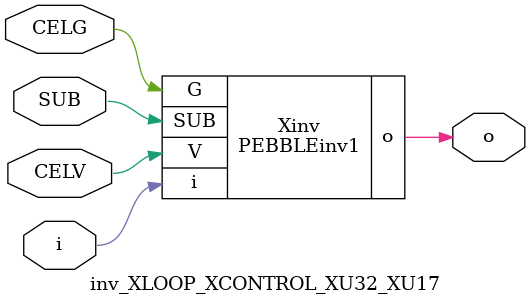
<source format=v>



module PEBBLEinv1 ( o, G, SUB, V, i );

  input V;
  input i;
  input G;
  output o;
  input SUB;
endmodule

//Celera Confidential Do Not Copy inv_XLOOP_XCONTROL_XU32_XU17
//Celera Confidential Symbol Generator
//5V Inverter
module inv_XLOOP_XCONTROL_XU32_XU17 (CELV,CELG,i,o,SUB);
input CELV;
input CELG;
input i;
input SUB;
output o;

//Celera Confidential Do Not Copy inv
PEBBLEinv1 Xinv(
.V (CELV),
.i (i),
.o (o),
.SUB (SUB),
.G (CELG)
);
//,diesize,PEBBLEinv1

//Celera Confidential Do Not Copy Module End
//Celera Schematic Generator
endmodule

</source>
